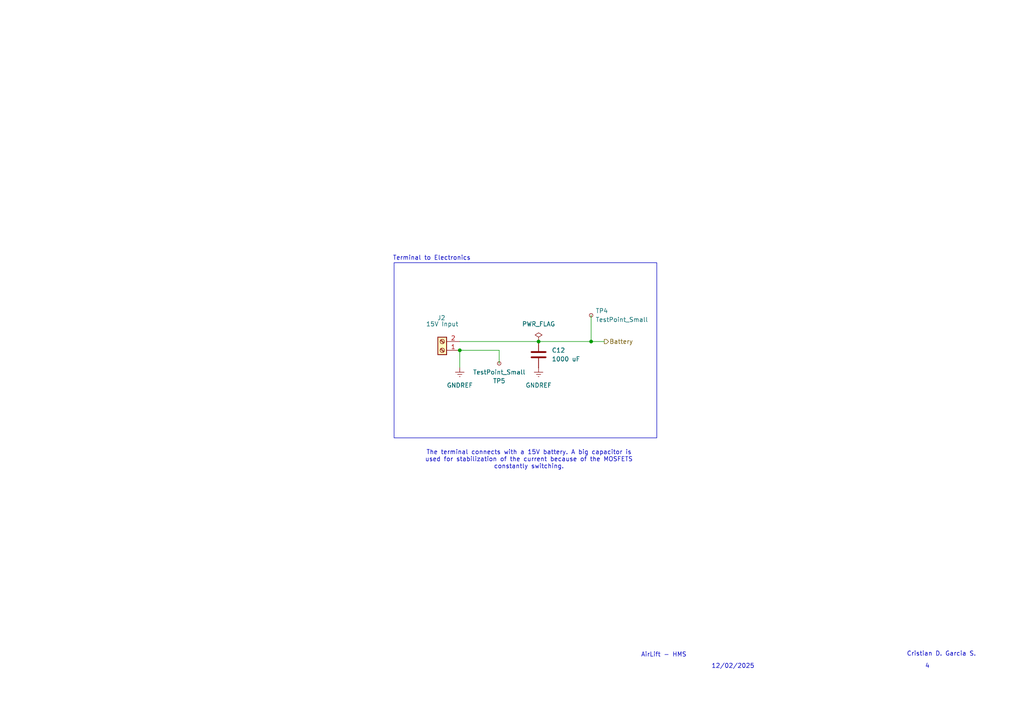
<source format=kicad_sch>
(kicad_sch
	(version 20250114)
	(generator "eeschema")
	(generator_version "9.0")
	(uuid "ad4c50bb-0b54-4b10-b258-a6df7668526b")
	(paper "A4")
	(lib_symbols
		(symbol "HMS_SSymbols_Library:C"
			(pin_numbers
				(hide yes)
			)
			(pin_names
				(offset 0.254)
			)
			(exclude_from_sim no)
			(in_bom yes)
			(on_board yes)
			(property "Reference" "C"
				(at 0.635 2.54 0)
				(effects
					(font
						(size 1.27 1.27)
					)
					(justify left)
				)
			)
			(property "Value" "C"
				(at 0.635 -2.54 0)
				(effects
					(font
						(size 1.27 1.27)
					)
					(justify left)
				)
			)
			(property "Footprint" ""
				(at 0.9652 -3.81 0)
				(effects
					(font
						(size 1.27 1.27)
					)
					(hide yes)
				)
			)
			(property "Datasheet" "~"
				(at 0 0 0)
				(effects
					(font
						(size 1.27 1.27)
					)
					(hide yes)
				)
			)
			(property "Description" "Unpolarized capacitor"
				(at 0 0 0)
				(effects
					(font
						(size 1.27 1.27)
					)
					(hide yes)
				)
			)
			(property "ki_keywords" "cap capacitor"
				(at 0 0 0)
				(effects
					(font
						(size 1.27 1.27)
					)
					(hide yes)
				)
			)
			(property "ki_fp_filters" "C_*"
				(at 0 0 0)
				(effects
					(font
						(size 1.27 1.27)
					)
					(hide yes)
				)
			)
			(symbol "C_0_1"
				(polyline
					(pts
						(xy -2.032 0.762) (xy 2.032 0.762)
					)
					(stroke
						(width 0.508)
						(type default)
					)
					(fill
						(type none)
					)
				)
				(polyline
					(pts
						(xy -2.032 -0.762) (xy 2.032 -0.762)
					)
					(stroke
						(width 0.508)
						(type default)
					)
					(fill
						(type none)
					)
				)
			)
			(symbol "C_1_1"
				(pin passive line
					(at 0 3.81 270)
					(length 2.794)
					(name "~"
						(effects
							(font
								(size 1.27 1.27)
							)
						)
					)
					(number "1"
						(effects
							(font
								(size 1.27 1.27)
							)
						)
					)
				)
				(pin passive line
					(at 0 -3.81 90)
					(length 2.794)
					(name "~"
						(effects
							(font
								(size 1.27 1.27)
							)
						)
					)
					(number "2"
						(effects
							(font
								(size 1.27 1.27)
							)
						)
					)
				)
			)
			(embedded_fonts no)
		)
		(symbol "HMS_SSymbols_Library:GNDREF"
			(power)
			(pin_numbers
				(hide yes)
			)
			(pin_names
				(offset 0)
				(hide yes)
			)
			(exclude_from_sim no)
			(in_bom yes)
			(on_board yes)
			(property "Reference" "#PWR"
				(at 0 -6.35 0)
				(effects
					(font
						(size 1.27 1.27)
					)
					(hide yes)
				)
			)
			(property "Value" "GNDREF"
				(at 0 -3.81 0)
				(effects
					(font
						(size 1.27 1.27)
					)
				)
			)
			(property "Footprint" ""
				(at 0 0 0)
				(effects
					(font
						(size 1.27 1.27)
					)
					(hide yes)
				)
			)
			(property "Datasheet" ""
				(at 0 0 0)
				(effects
					(font
						(size 1.27 1.27)
					)
					(hide yes)
				)
			)
			(property "Description" "Power symbol creates a global label with name \"GNDREF\" , reference supply ground"
				(at 0 0 0)
				(effects
					(font
						(size 1.27 1.27)
					)
					(hide yes)
				)
			)
			(property "ki_keywords" "global power"
				(at 0 0 0)
				(effects
					(font
						(size 1.27 1.27)
					)
					(hide yes)
				)
			)
			(symbol "GNDREF_0_1"
				(polyline
					(pts
						(xy -0.635 -1.905) (xy 0.635 -1.905)
					)
					(stroke
						(width 0)
						(type default)
					)
					(fill
						(type none)
					)
				)
				(polyline
					(pts
						(xy -0.127 -2.54) (xy 0.127 -2.54)
					)
					(stroke
						(width 0)
						(type default)
					)
					(fill
						(type none)
					)
				)
				(polyline
					(pts
						(xy 0 -1.27) (xy 0 0)
					)
					(stroke
						(width 0)
						(type default)
					)
					(fill
						(type none)
					)
				)
				(polyline
					(pts
						(xy 1.27 -1.27) (xy -1.27 -1.27)
					)
					(stroke
						(width 0)
						(type default)
					)
					(fill
						(type none)
					)
				)
			)
			(symbol "GNDREF_1_1"
				(pin power_in line
					(at 0 0 270)
					(length 0)
					(name "~"
						(effects
							(font
								(size 1.27 1.27)
							)
						)
					)
					(number "1"
						(effects
							(font
								(size 1.27 1.27)
							)
						)
					)
				)
			)
			(embedded_fonts no)
		)
		(symbol "HMS_SSymbols_Library:Screw_Terminal_01x02"
			(pin_names
				(offset 1.016)
				(hide yes)
			)
			(exclude_from_sim no)
			(in_bom yes)
			(on_board yes)
			(property "Reference" "J"
				(at 0 2.54 0)
				(effects
					(font
						(size 1.27 1.27)
					)
				)
			)
			(property "Value" "Screw_Terminal_01x02"
				(at 0 -5.08 0)
				(effects
					(font
						(size 1.27 1.27)
					)
				)
			)
			(property "Footprint" ""
				(at 0 0 0)
				(effects
					(font
						(size 1.27 1.27)
					)
					(hide yes)
				)
			)
			(property "Datasheet" "~"
				(at 0 0 0)
				(effects
					(font
						(size 1.27 1.27)
					)
					(hide yes)
				)
			)
			(property "Description" "Generic screw terminal, single row, 01x02, script generated (kicad-library-utils/schlib/autogen/connector/)"
				(at 0 0 0)
				(effects
					(font
						(size 1.27 1.27)
					)
					(hide yes)
				)
			)
			(property "ki_keywords" "screw terminal"
				(at 0 0 0)
				(effects
					(font
						(size 1.27 1.27)
					)
					(hide yes)
				)
			)
			(property "ki_fp_filters" "TerminalBlock*:*"
				(at 0 0 0)
				(effects
					(font
						(size 1.27 1.27)
					)
					(hide yes)
				)
			)
			(symbol "Screw_Terminal_01x02_1_1"
				(rectangle
					(start -1.27 1.27)
					(end 1.27 -3.81)
					(stroke
						(width 0.254)
						(type default)
					)
					(fill
						(type background)
					)
				)
				(polyline
					(pts
						(xy -0.5334 0.3302) (xy 0.3302 -0.508)
					)
					(stroke
						(width 0.1524)
						(type default)
					)
					(fill
						(type none)
					)
				)
				(polyline
					(pts
						(xy -0.5334 -2.2098) (xy 0.3302 -3.048)
					)
					(stroke
						(width 0.1524)
						(type default)
					)
					(fill
						(type none)
					)
				)
				(polyline
					(pts
						(xy -0.3556 0.508) (xy 0.508 -0.3302)
					)
					(stroke
						(width 0.1524)
						(type default)
					)
					(fill
						(type none)
					)
				)
				(polyline
					(pts
						(xy -0.3556 -2.032) (xy 0.508 -2.8702)
					)
					(stroke
						(width 0.1524)
						(type default)
					)
					(fill
						(type none)
					)
				)
				(circle
					(center 0 0)
					(radius 0.635)
					(stroke
						(width 0.1524)
						(type default)
					)
					(fill
						(type none)
					)
				)
				(circle
					(center 0 -2.54)
					(radius 0.635)
					(stroke
						(width 0.1524)
						(type default)
					)
					(fill
						(type none)
					)
				)
				(pin passive line
					(at -5.08 0 0)
					(length 3.81)
					(name "Pin_1"
						(effects
							(font
								(size 1.27 1.27)
							)
						)
					)
					(number "1"
						(effects
							(font
								(size 1.27 1.27)
							)
						)
					)
				)
				(pin passive line
					(at -5.08 -2.54 0)
					(length 3.81)
					(name "Pin_2"
						(effects
							(font
								(size 1.27 1.27)
							)
						)
					)
					(number "2"
						(effects
							(font
								(size 1.27 1.27)
							)
						)
					)
				)
			)
			(embedded_fonts no)
		)
		(symbol "HMS_SSymbols_Library:TestPoint_Small"
			(pin_numbers
				(hide yes)
			)
			(pin_names
				(offset 0.762)
				(hide yes)
			)
			(exclude_from_sim no)
			(in_bom yes)
			(on_board yes)
			(property "Reference" "TP"
				(at 0 3.81 0)
				(effects
					(font
						(size 1.27 1.27)
					)
				)
			)
			(property "Value" "TestPoint_Small"
				(at 0 2.032 0)
				(effects
					(font
						(size 1.27 1.27)
					)
				)
			)
			(property "Footprint" ""
				(at 5.08 0 0)
				(effects
					(font
						(size 1.27 1.27)
					)
					(hide yes)
				)
			)
			(property "Datasheet" "~"
				(at 5.08 0 0)
				(effects
					(font
						(size 1.27 1.27)
					)
					(hide yes)
				)
			)
			(property "Description" "test point"
				(at 0 0 0)
				(effects
					(font
						(size 1.27 1.27)
					)
					(hide yes)
				)
			)
			(property "ki_keywords" "test point tp"
				(at 0 0 0)
				(effects
					(font
						(size 1.27 1.27)
					)
					(hide yes)
				)
			)
			(property "ki_fp_filters" "Pin* Test*"
				(at 0 0 0)
				(effects
					(font
						(size 1.27 1.27)
					)
					(hide yes)
				)
			)
			(symbol "TestPoint_Small_0_1"
				(circle
					(center 0 0)
					(radius 0.508)
					(stroke
						(width 0)
						(type default)
					)
					(fill
						(type none)
					)
				)
			)
			(symbol "TestPoint_Small_1_1"
				(pin passive line
					(at 0 0 90)
					(length 0)
					(name "1"
						(effects
							(font
								(size 1.27 1.27)
							)
						)
					)
					(number "1"
						(effects
							(font
								(size 1.27 1.27)
							)
						)
					)
				)
			)
			(embedded_fonts no)
		)
		(symbol "power:PWR_FLAG"
			(power)
			(pin_numbers
				(hide yes)
			)
			(pin_names
				(offset 0)
				(hide yes)
			)
			(exclude_from_sim no)
			(in_bom yes)
			(on_board yes)
			(property "Reference" "#FLG"
				(at 0 1.905 0)
				(effects
					(font
						(size 1.27 1.27)
					)
					(hide yes)
				)
			)
			(property "Value" "PWR_FLAG"
				(at 0 3.81 0)
				(effects
					(font
						(size 1.27 1.27)
					)
				)
			)
			(property "Footprint" ""
				(at 0 0 0)
				(effects
					(font
						(size 1.27 1.27)
					)
					(hide yes)
				)
			)
			(property "Datasheet" "~"
				(at 0 0 0)
				(effects
					(font
						(size 1.27 1.27)
					)
					(hide yes)
				)
			)
			(property "Description" "Special symbol for telling ERC where power comes from"
				(at 0 0 0)
				(effects
					(font
						(size 1.27 1.27)
					)
					(hide yes)
				)
			)
			(property "ki_keywords" "flag power"
				(at 0 0 0)
				(effects
					(font
						(size 1.27 1.27)
					)
					(hide yes)
				)
			)
			(symbol "PWR_FLAG_0_0"
				(pin power_out line
					(at 0 0 90)
					(length 0)
					(name "~"
						(effects
							(font
								(size 1.27 1.27)
							)
						)
					)
					(number "1"
						(effects
							(font
								(size 1.27 1.27)
							)
						)
					)
				)
			)
			(symbol "PWR_FLAG_0_1"
				(polyline
					(pts
						(xy 0 0) (xy 0 1.27) (xy -1.016 1.905) (xy 0 2.54) (xy 1.016 1.905) (xy 0 1.27)
					)
					(stroke
						(width 0)
						(type default)
					)
					(fill
						(type none)
					)
				)
			)
			(embedded_fonts no)
		)
	)
	(rectangle
		(start 114.3 76.2)
		(end 190.5 127)
		(stroke
			(width 0)
			(type default)
		)
		(fill
			(type none)
		)
		(uuid c2fd58d2-bc7c-458b-9f0f-78645dc78b2b)
	)
	(text "12/02/2025"
		(exclude_from_sim no)
		(at 212.598 193.294 0)
		(effects
			(font
				(size 1.27 1.27)
			)
		)
		(uuid "30a2a509-e339-4704-87f5-1ba245b5807d")
	)
	(text "Cristian D. Garcia S."
		(exclude_from_sim no)
		(at 273.05 189.738 0)
		(effects
			(font
				(size 1.27 1.27)
			)
		)
		(uuid "5bffef50-40c3-4871-938a-af46a531f9d0")
	)
	(text "Terminal to Electronics"
		(exclude_from_sim no)
		(at 125.222 74.93 0)
		(effects
			(font
				(size 1.27 1.27)
			)
		)
		(uuid "61523390-97cf-4faf-832b-470a54191b37")
	)
	(text "4"
		(exclude_from_sim no)
		(at 268.986 193.294 0)
		(effects
			(font
				(size 1.27 1.27)
			)
		)
		(uuid "7bd103d1-5ede-40a6-94c3-1643c66044a0")
	)
	(text "AirLift - HMS"
		(exclude_from_sim no)
		(at 192.532 189.992 0)
		(effects
			(font
				(size 1.27 1.27)
			)
		)
		(uuid "bd58a557-4e29-4eeb-90ce-3f7a7b370eac")
	)
	(text "The terminal connects with a 15V battery. A big capacitor is\nused for stabilization of the current because of the MOSFETS\nconstantly switching."
		(exclude_from_sim no)
		(at 153.416 133.35 0)
		(effects
			(font
				(size 1.27 1.27)
			)
		)
		(uuid "fd2fd7ad-8ea0-498b-9898-9b18e9919b75")
	)
	(junction
		(at 171.45 99.06)
		(diameter 0)
		(color 0 0 0 0)
		(uuid "52b2b8a3-f4cc-4fd1-8726-ec80f7d98ad3")
	)
	(junction
		(at 156.21 99.06)
		(diameter 0)
		(color 0 0 0 0)
		(uuid "b50348ee-0039-4bb7-9388-dbc34d6448eb")
	)
	(junction
		(at 133.35 101.6)
		(diameter 0)
		(color 0 0 0 0)
		(uuid "ded23d1a-8f5d-4c0d-86e7-4c618cb4f9cd")
	)
	(wire
		(pts
			(xy 133.35 99.06) (xy 156.21 99.06)
		)
		(stroke
			(width 0)
			(type default)
		)
		(uuid "230eb957-7778-4dd9-97f6-7aebed633e8c")
	)
	(wire
		(pts
			(xy 171.45 99.06) (xy 175.26 99.06)
		)
		(stroke
			(width 0)
			(type default)
		)
		(uuid "3ae8308d-f63c-4128-a9be-6afea67fcc99")
	)
	(wire
		(pts
			(xy 133.35 101.6) (xy 133.35 106.68)
		)
		(stroke
			(width 0)
			(type default)
		)
		(uuid "4ba6700b-ab07-44f8-a469-44c3dadd4db8")
	)
	(wire
		(pts
			(xy 171.45 91.44) (xy 171.45 99.06)
		)
		(stroke
			(width 0)
			(type default)
		)
		(uuid "7a8aa893-0e00-4741-a696-4b4d3c8bf905")
	)
	(wire
		(pts
			(xy 144.78 101.6) (xy 133.35 101.6)
		)
		(stroke
			(width 0)
			(type default)
		)
		(uuid "9bc4eaab-644a-4577-a9fb-3aef4526d781")
	)
	(wire
		(pts
			(xy 156.21 99.06) (xy 171.45 99.06)
		)
		(stroke
			(width 0)
			(type default)
		)
		(uuid "e37ccfe2-f596-4193-9243-4744dc7cb7cd")
	)
	(wire
		(pts
			(xy 144.78 105.41) (xy 144.78 101.6)
		)
		(stroke
			(width 0)
			(type default)
		)
		(uuid "faf5d69d-d7b4-4b7a-a658-2c0209c3482a")
	)
	(hierarchical_label "Battery"
		(shape output)
		(at 175.26 99.06 0)
		(effects
			(font
				(size 1.27 1.27)
			)
			(justify left)
		)
		(uuid "83ffde58-467c-4aeb-8d80-680b226c28fb")
	)
	(symbol
		(lib_id "HMS_SSymbols_Library:C")
		(at 156.21 102.87 0)
		(unit 1)
		(exclude_from_sim no)
		(in_bom yes)
		(on_board yes)
		(dnp no)
		(fields_autoplaced yes)
		(uuid "0b5ad253-b2ff-47e6-8bf9-3fbfd4e68a09")
		(property "Reference" "C12"
			(at 160.02 101.5999 0)
			(effects
				(font
					(size 1.27 1.27)
				)
				(justify left)
			)
		)
		(property "Value" "1000 uF"
			(at 160.02 104.1399 0)
			(effects
				(font
					(size 1.27 1.27)
				)
				(justify left)
			)
		)
		(property "Footprint" "Capacitor_THT:CP_Radial_D8.0mm_P3.50mm"
			(at 157.1752 106.68 0)
			(effects
				(font
					(size 1.27 1.27)
				)
				(hide yes)
			)
		)
		(property "Datasheet" "~"
			(at 156.21 102.87 0)
			(effects
				(font
					(size 1.27 1.27)
				)
				(hide yes)
			)
		)
		(property "Description" "Unpolarized capacitor"
			(at 156.21 102.87 0)
			(effects
				(font
					(size 1.27 1.27)
				)
				(hide yes)
			)
		)
		(property "MFR" "Nichicon"
			(at 156.21 102.87 0)
			(effects
				(font
					(size 1.27 1.27)
				)
				(hide yes)
			)
		)
		(property "MPN" "UVR1E102MPD"
			(at 156.21 102.87 0)
			(effects
				(font
					(size 1.27 1.27)
				)
				(hide yes)
			)
		)
		(pin "1"
			(uuid "d7d67827-4ecc-419e-8d49-d4d928fd96c8")
		)
		(pin "2"
			(uuid "79bf002e-fd4a-45d8-9271-d05883640fcb")
		)
		(instances
			(project ""
				(path "/f58d4a15-dad3-4b2d-a625-0883ffa8695e/2d4ce2ca-8b05-4995-a001-1a5091b94039"
					(reference "C12")
					(unit 1)
				)
			)
		)
	)
	(symbol
		(lib_id "HMS_SSymbols_Library:Screw_Terminal_01x02")
		(at 128.27 101.6 180)
		(unit 1)
		(exclude_from_sim no)
		(in_bom yes)
		(on_board yes)
		(dnp no)
		(uuid "10c33a06-ba69-4cc0-8a21-880c169e58a0")
		(property "Reference" "J2"
			(at 128.016 92.202 0)
			(effects
				(font
					(size 1.27 1.27)
				)
			)
		)
		(property "Value" "15V Input"
			(at 128.27 93.98 0)
			(effects
				(font
					(size 1.27 1.27)
				)
			)
		)
		(property "Footprint" "LibraryHMS_FSymbols_Library:AMASS_XT30U-F_1x02_P5.0mm_Vertical"
			(at 128.27 101.6 0)
			(effects
				(font
					(size 1.27 1.27)
				)
				(hide yes)
			)
		)
		(property "Datasheet" "~"
			(at 128.27 101.6 0)
			(effects
				(font
					(size 1.27 1.27)
				)
				(hide yes)
			)
		)
		(property "Description" "Generic screw terminal, single row, 01x02, script generated (kicad-library-utils/schlib/autogen/connector/)"
			(at 128.27 101.6 0)
			(effects
				(font
					(size 1.27 1.27)
				)
				(hide yes)
			)
		)
		(property "MFR" "N/A"
			(at 128.27 101.6 0)
			(effects
				(font
					(size 1.27 1.27)
				)
				(hide yes)
			)
		)
		(property "MPN" "N/A"
			(at 128.27 101.6 0)
			(effects
				(font
					(size 1.27 1.27)
				)
				(hide yes)
			)
		)
		(pin "2"
			(uuid "e567667a-a075-49dc-b173-ab5484706426")
		)
		(pin "1"
			(uuid "b433637c-6426-428e-ae25-fe481283ef74")
		)
		(instances
			(project "HMS"
				(path "/f58d4a15-dad3-4b2d-a625-0883ffa8695e/2d4ce2ca-8b05-4995-a001-1a5091b94039"
					(reference "J2")
					(unit 1)
				)
			)
		)
	)
	(symbol
		(lib_id "HMS_SSymbols_Library:GNDREF")
		(at 133.35 106.68 0)
		(unit 1)
		(exclude_from_sim no)
		(in_bom yes)
		(on_board yes)
		(dnp no)
		(fields_autoplaced yes)
		(uuid "2f6b826f-7e60-40e8-96f2-084d3f902134")
		(property "Reference" "#PWR21"
			(at 133.35 113.03 0)
			(effects
				(font
					(size 1.27 1.27)
				)
				(hide yes)
			)
		)
		(property "Value" "GNDREF"
			(at 133.35 111.76 0)
			(effects
				(font
					(size 1.27 1.27)
				)
			)
		)
		(property "Footprint" ""
			(at 133.35 106.68 0)
			(effects
				(font
					(size 1.27 1.27)
				)
				(hide yes)
			)
		)
		(property "Datasheet" ""
			(at 133.35 106.68 0)
			(effects
				(font
					(size 1.27 1.27)
				)
				(hide yes)
			)
		)
		(property "Description" "Power symbol creates a global label with name \"GNDREF\" , reference supply ground"
			(at 133.35 106.68 0)
			(effects
				(font
					(size 1.27 1.27)
				)
				(hide yes)
			)
		)
		(pin "1"
			(uuid "d649ffbc-aee6-4f46-bcba-5d167ff365f4")
		)
		(instances
			(project "HMS"
				(path "/f58d4a15-dad3-4b2d-a625-0883ffa8695e/2d4ce2ca-8b05-4995-a001-1a5091b94039"
					(reference "#PWR21")
					(unit 1)
				)
			)
		)
	)
	(symbol
		(lib_id "HMS_SSymbols_Library:TestPoint_Small")
		(at 144.78 105.41 270)
		(unit 1)
		(exclude_from_sim no)
		(in_bom yes)
		(on_board yes)
		(dnp no)
		(uuid "379a4840-090c-43f9-b73e-fe44a2a8f5da")
		(property "Reference" "TP5"
			(at 144.78 110.49 90)
			(effects
				(font
					(size 1.27 1.27)
				)
			)
		)
		(property "Value" "TestPoint_Small"
			(at 144.78 107.95 90)
			(effects
				(font
					(size 1.27 1.27)
				)
			)
		)
		(property "Footprint" "LibraryHMS_FSymbols_Library:TestPoint_Pad_D1.0mm"
			(at 144.78 110.49 0)
			(effects
				(font
					(size 1.27 1.27)
				)
				(hide yes)
			)
		)
		(property "Datasheet" "~"
			(at 144.78 110.49 0)
			(effects
				(font
					(size 1.27 1.27)
				)
				(hide yes)
			)
		)
		(property "Description" "test point"
			(at 144.78 105.41 0)
			(effects
				(font
					(size 1.27 1.27)
				)
				(hide yes)
			)
		)
		(pin "1"
			(uuid "be055323-e43f-462c-9d3a-7808a848ec80")
		)
		(instances
			(project "HMS"
				(path "/f58d4a15-dad3-4b2d-a625-0883ffa8695e/2d4ce2ca-8b05-4995-a001-1a5091b94039"
					(reference "TP5")
					(unit 1)
				)
			)
		)
	)
	(symbol
		(lib_id "power:PWR_FLAG")
		(at 156.21 99.06 0)
		(unit 1)
		(exclude_from_sim no)
		(in_bom yes)
		(on_board yes)
		(dnp no)
		(fields_autoplaced yes)
		(uuid "64ebdc72-1ba1-4098-913f-63bf7550687e")
		(property "Reference" "#FLG01"
			(at 156.21 97.155 0)
			(effects
				(font
					(size 1.27 1.27)
				)
				(hide yes)
			)
		)
		(property "Value" "PWR_FLAG"
			(at 156.21 93.98 0)
			(effects
				(font
					(size 1.27 1.27)
				)
			)
		)
		(property "Footprint" ""
			(at 156.21 99.06 0)
			(effects
				(font
					(size 1.27 1.27)
				)
				(hide yes)
			)
		)
		(property "Datasheet" "~"
			(at 156.21 99.06 0)
			(effects
				(font
					(size 1.27 1.27)
				)
				(hide yes)
			)
		)
		(property "Description" "Special symbol for telling ERC where power comes from"
			(at 156.21 99.06 0)
			(effects
				(font
					(size 1.27 1.27)
				)
				(hide yes)
			)
		)
		(pin "1"
			(uuid "a086132d-ba17-41c2-8fb3-baa2ab563b21")
		)
		(instances
			(project ""
				(path "/f58d4a15-dad3-4b2d-a625-0883ffa8695e/2d4ce2ca-8b05-4995-a001-1a5091b94039"
					(reference "#FLG01")
					(unit 1)
				)
			)
		)
	)
	(symbol
		(lib_id "HMS_SSymbols_Library:GNDREF")
		(at 156.21 106.68 0)
		(unit 1)
		(exclude_from_sim no)
		(in_bom yes)
		(on_board yes)
		(dnp no)
		(fields_autoplaced yes)
		(uuid "7786bd9c-e099-488c-ac93-764fcf44c69f")
		(property "Reference" "#PWR028"
			(at 156.21 113.03 0)
			(effects
				(font
					(size 1.27 1.27)
				)
				(hide yes)
			)
		)
		(property "Value" "GNDREF"
			(at 156.21 111.76 0)
			(effects
				(font
					(size 1.27 1.27)
				)
			)
		)
		(property "Footprint" ""
			(at 156.21 106.68 0)
			(effects
				(font
					(size 1.27 1.27)
				)
				(hide yes)
			)
		)
		(property "Datasheet" ""
			(at 156.21 106.68 0)
			(effects
				(font
					(size 1.27 1.27)
				)
				(hide yes)
			)
		)
		(property "Description" "Power symbol creates a global label with name \"GNDREF\" , reference supply ground"
			(at 156.21 106.68 0)
			(effects
				(font
					(size 1.27 1.27)
				)
				(hide yes)
			)
		)
		(pin "1"
			(uuid "5891b756-733e-4ef5-9f4f-fd4b95ba4235")
		)
		(instances
			(project ""
				(path "/f58d4a15-dad3-4b2d-a625-0883ffa8695e/2d4ce2ca-8b05-4995-a001-1a5091b94039"
					(reference "#PWR028")
					(unit 1)
				)
			)
		)
	)
	(symbol
		(lib_id "HMS_SSymbols_Library:TestPoint_Small")
		(at 171.45 91.44 0)
		(unit 1)
		(exclude_from_sim no)
		(in_bom yes)
		(on_board yes)
		(dnp no)
		(fields_autoplaced yes)
		(uuid "a21288ec-73ca-40e3-960d-749eac2906c1")
		(property "Reference" "TP4"
			(at 172.72 90.1699 0)
			(effects
				(font
					(size 1.27 1.27)
				)
				(justify left)
			)
		)
		(property "Value" "TestPoint_Small"
			(at 172.72 92.7099 0)
			(effects
				(font
					(size 1.27 1.27)
				)
				(justify left)
			)
		)
		(property "Footprint" "LibraryHMS_FSymbols_Library:TestPoint_Pad_D1.0mm"
			(at 176.53 91.44 0)
			(effects
				(font
					(size 1.27 1.27)
				)
				(hide yes)
			)
		)
		(property "Datasheet" "~"
			(at 176.53 91.44 0)
			(effects
				(font
					(size 1.27 1.27)
				)
				(hide yes)
			)
		)
		(property "Description" "test point"
			(at 171.45 91.44 0)
			(effects
				(font
					(size 1.27 1.27)
				)
				(hide yes)
			)
		)
		(pin "1"
			(uuid "e9996097-ece8-4f8f-86f5-ac8340be7614")
		)
		(instances
			(project ""
				(path "/f58d4a15-dad3-4b2d-a625-0883ffa8695e/2d4ce2ca-8b05-4995-a001-1a5091b94039"
					(reference "TP4")
					(unit 1)
				)
			)
		)
	)
)

</source>
